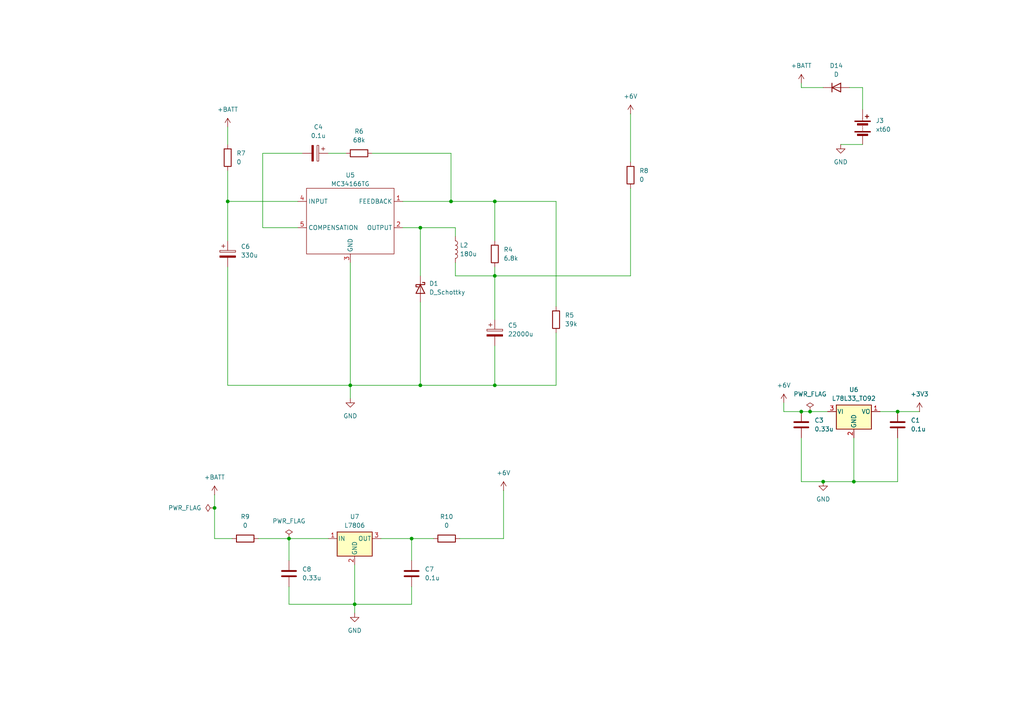
<source format=kicad_sch>
(kicad_sch (version 20231120) (generator "eeschema") (generator_version "8.0")
  (paper "A4")
  (title_block (title "On-board Controller") (date "2024-07-16") (rev "1"))
  (lib_symbols
    (symbol "Device:Battery" (pin_numbers hide) (pin_names (offset 0) hide)
      (property "Reference" "BT" (at 2.54 2.54 0))
      (property "Value" "Battery" (at 2.54 0 0))
      (symbol "Battery_0_1"
        (rectangle (start -2.286 -1.27) (end 2.286 -1.524) (fill (type outline)))
        (rectangle (start -2.286 1.778) (end 2.286 1.524) (fill (type outline)))
        (rectangle (start -1.524 -2.032) (end 1.524 -2.54) (fill (type outline)))
        (rectangle (start -1.524 1.016) (end 1.524 0.508) (fill (type outline)))
        (polyline (pts (xy 0 -1.016) (xy 0 -0.762)))
        (polyline (pts (xy 0 -0.508) (xy 0 -0.254)))
        (polyline (pts (xy 0 0) (xy 0 0.254)))
        (polyline (pts (xy 0 1.778) (xy 0 2.54)))
        (polyline (pts (xy 0.762 3.048) (xy 1.778 3.048)) (stroke (width 0.254)))
        (polyline (pts (xy 1.27 3.556) (xy 1.27 2.54)) (stroke (width 0.254)))
      )
      (symbol "Battery_1_1"
        (pin passive line (at 0 5.08 270) (length 2.54) (name "+") (number "1"))
        (pin passive line (at 0 -5.08 90) (length 2.54) (name "-") (number "2"))
      )
    )
    (symbol "Device:C" (pin_numbers hide) (pin_names (offset 0.254))
      (property "Reference" "C" (at 0.635 2.54 0))
      (property "Value" "C" (at 0.635 -2.54 0))
      (symbol "C_0_1"
        (polyline (pts (xy -2.032 -0.762) (xy 2.032 -0.762)) (stroke (width 0.508)))
        (polyline (pts (xy -2.032 0.762) (xy 2.032 0.762)) (stroke (width 0.508)))
      )
      (symbol "C_1_1"
        (pin passive line (at 0 3.81 270) (length 2.794) (name "~") (number "1"))
        (pin passive line (at 0 -3.81 90) (length 2.794) (name "~") (number "2"))
      )
    )
    (symbol "Device:C_Polarized" (pin_numbers hide) (pin_names (offset 0.254))
      (property "Reference" "C" (at 0.635 2.54 0))
      (property "Value" "C_Polarized" (at 0.635 -2.54 0))
      (symbol "C_Polarized_0_1"
        (rectangle (start -2.286 0.508) (end 2.286 1.016))
        (polyline (pts (xy -1.778 2.286) (xy -0.762 2.286)))
        (polyline (pts (xy -1.27 2.794) (xy -1.27 1.778)))
        (rectangle (start 2.286 -0.508) (end -2.286 -1.016) (fill (type outline)))
      )
      (symbol "C_Polarized_1_1"
        (pin passive line (at 0 3.81 270) (length 2.794) (name "~") (number "1"))
        (pin passive line (at 0 -3.81 90) (length 2.794) (name "~") (number "2"))
      )
    )
    (symbol "Device:D" (pin_numbers hide) (pin_names (offset 1.016) hide)
      (property "Reference" "D" (at 0 2.54 0))
      (property "Value" "D" (at 0 -2.54 0))
      (symbol "D_0_1"
        (polyline (pts (xy -1.27 1.27) (xy -1.27 -1.27)) (stroke (width 0.254)))
        (polyline (pts (xy 1.27 0) (xy -1.27 0)))
        (polyline (pts (xy 1.27 1.27) (xy 1.27 -1.27) (xy -1.27 0) (xy 1.27 1.27)) (stroke (width 0.254)))
      )
      (symbol "D_1_1"
        (pin passive line (at -3.81 0 0) (length 2.54) (name "K") (number "1"))
        (pin passive line (at 3.81 0 180) (length 2.54) (name "A") (number "2"))
      )
    )
    (symbol "Device:D_Schottky" (pin_numbers hide) (pin_names (offset 1.016) hide)
      (property "Reference" "D" (at 0 2.54 0))
      (property "Value" "D_Schottky" (at 0 -2.54 0))
      (symbol "D_Schottky_0_1"
        (polyline (pts (xy 1.27 0) (xy -1.27 0)))
        (polyline (pts (xy 1.27 1.27) (xy 1.27 -1.27) (xy -1.27 0) (xy 1.27 1.27)) (stroke (width 0.254)))
        (polyline (pts (xy -1.905 0.635) (xy -1.905 1.27) (xy -1.27 1.27) (xy -1.27 -1.27) (xy -0.635 -1.27) (xy -0.635 -0.635)) (stroke (width 0.254)))
      )
      (symbol "D_Schottky_1_1"
        (pin passive line (at -3.81 0 0) (length 2.54) (name "K") (number "1"))
        (pin passive line (at 3.81 0 180) (length 2.54) (name "A") (number "2"))
      )
    )
    (symbol "Device:L" (pin_numbers hide) (pin_names (offset 1.016) hide)
      (property "Reference" "L" (at -1.27 0 90))
      (property "Value" "L" (at 1.905 0 90))
      (symbol "L_0_1"
        (arc (start 0 -2.54) (mid 0.6323 -1.905) (end 0 -1.27))
        (arc (start 0 -1.27) (mid 0.6323 -0.635) (end 0 0))
        (arc (start 0 0) (mid 0.6323 0.635) (end 0 1.27))
        (arc (start 0 1.27) (mid 0.6323 1.905) (end 0 2.54))
      )
      (symbol "L_1_1"
        (pin passive line (at 0 3.81 270) (length 1.27) (name "1") (number "1"))
        (pin passive line (at 0 -3.81 90) (length 1.27) (name "2") (number "2"))
      )
    )
    (symbol "Device:R" (pin_numbers hide) (pin_names (offset 0))
      (property "Reference" "R" (at 2.032 0 90))
      (property "Value" "R" (at 0 0 90))
      (symbol "R_0_1"
        (rectangle (start -1.016 -2.54) (end 1.016 2.54) (stroke (width 0.254)))
      )
      (symbol "R_1_1"
        (pin passive line (at 0 3.81 270) (length 1.27) (name "~") (number "1"))
        (pin passive line (at 0 -3.81 90) (length 1.27) (name "~") (number "2"))
      )
    )
    (symbol "Regulator_Linear:L7806" (pin_names (offset 0.254))
      (property "Reference" "U" (at -3.81 3.175 0))
      (property "Value" "L7806" (at 0 3.175 0))
      (symbol "L7806_0_1"
        (rectangle (start -5.08 1.905) (end 5.08 -5.08) (stroke (width 0.254)) (fill (type background)))
      )
      (symbol "L7806_1_1"
        (pin power_in line (at -7.62 0 0) (length 2.54) (name "IN") (number "1"))
        (pin power_in line (at 0 -7.62 90) (length 2.54) (name "GND") (number "2"))
        (pin power_out line (at 7.62 0 180) (length 2.54) (name "OUT") (number "3"))
      )
    )
    (symbol "Regulator_Linear:L78L33_TO92" (pin_names (offset 0.254))
      (property "Reference" "U" (at -3.81 3.175 0))
      (property "Value" "L78L33_TO92" (at 0 3.175 0))
      (symbol "L78L33_TO92_0_1"
        (rectangle (start -5.08 -5.08) (end 5.08 1.905) (stroke (width 0.254)) (fill (type background)))
      )
      (symbol "L78L33_TO92_1_1"
        (pin power_out line (at 7.62 0 180) (length 2.54) (name "VO") (number "1"))
        (pin power_in line (at 0 -7.62 90) (length 2.54) (name "GND") (number "2"))
        (pin power_in line (at -7.62 0 0) (length 2.54) (name "VI") (number "3"))
      )
    )
    (symbol "power:+3V3" (power) (pin_numbers hide) (pin_names (offset 0) hide)
      (property "Value" "+3V3" (at 0 3.556 0))
      (symbol "+3V3_0_1"
        (polyline (pts (xy -0.762 1.27) (xy 0 2.54)))
        (polyline (pts (xy 0 0) (xy 0 2.54)))
        (polyline (pts (xy 0 2.54) (xy 0.762 1.27)))
      )
      (symbol "+3V3_1_1"
        (pin power_in line (at 0 0 90) (length 0) (name "~") (number "1"))
      )
    )
    (symbol "power:+6V" (power) (pin_numbers hide) (pin_names (offset 0) hide)
      (property "Value" "+6V" (at 0 3.556 0))
      (symbol "+6V_0_1"
        (polyline (pts (xy -0.762 1.27) (xy 0 2.54)))
        (polyline (pts (xy 0 0) (xy 0 2.54)))
        (polyline (pts (xy 0 2.54) (xy 0.762 1.27)))
      )
      (symbol "+6V_1_1"
        (pin power_in line (at 0 0 90) (length 0) (name "~") (number "1"))
      )
    )
    (symbol "power:+BATT" (power) (pin_numbers hide) (pin_names (offset 0) hide)
      (property "Value" "+BATT" (at 0 3.556 0))
      (symbol "+BATT_0_1"
        (polyline (pts (xy -0.762 1.27) (xy 0 2.54)))
        (polyline (pts (xy 0 0) (xy 0 2.54)))
        (polyline (pts (xy 0 2.54) (xy 0.762 1.27)))
      )
      (symbol "+BATT_1_1"
        (pin power_in line (at 0 0 90) (length 0) (name "~") (number "1"))
      )
    )
    (symbol "power:GND" (power) (pin_numbers hide) (pin_names (offset 0) hide)
      (property "Value" "GND" (at 0 -3.81 0))
      (symbol "GND_0_1"
        (polyline (pts (xy 0 0) (xy 0 -1.27) (xy 1.27 -1.27) (xy 0 -2.54) (xy -1.27 -1.27) (xy 0 -1.27)))
      )
      (symbol "GND_1_1"
        (pin power_in line (at 0 0 270) (length 0) (name "~") (number "1"))
      )
    )
    (symbol "power:PWR_FLAG" (power) (pin_numbers hide) (pin_names (offset 0) hide)
      (property "Value" "PWR_FLAG" (at 0 3.81 0))
      (symbol "PWR_FLAG_0_0"
        (pin power_out line (at 0 0 90) (length 0) (name "~") (number "1"))
      )
      (symbol "PWR_FLAG_0_1"
        (polyline (pts (xy 0 0) (xy 0 1.27) (xy -1.016 1.905) (xy 0 2.54) (xy 1.016 1.905) (xy 0 1.27)))
      )
    )
    (symbol "sub:MC34166TG"
      (property "Reference" "U" (at 0 0 0))
      (symbol "MC34166TG_0_1"
        (rectangle (start -12.7 8.89) (end 12.7 -10.16))
      )
      (symbol "MC34166TG_1_1"
        (pin passive line (at 15.24 5.08 180) (length 2.54) (name "FEEDBACK") (number "1"))
        (pin passive line (at 15.24 -2.54 180) (length 2.54) (name "OUTPUT") (number "2"))
        (pin passive line (at 0 -12.7 90) (length 2.54) (name "GND") (number "3"))
        (pin passive line (at -15.24 5.08 0) (length 2.54) (name "INPUT") (number "4"))
        (pin passive line (at -15.24 -2.54 0) (length 2.54) (name "COMPENSATION") (number "5"))
      )
    )
  )
  (junction (at 232.41 119.38))
  (junction (at 119.38 156.21))
  (junction (at 130.81 58.42))
  (junction (at 143.51 58.42))
  (junction (at 102.87 175.26))
  (junction (at 247.65 139.7))
  (junction (at 101.6 111.76))
  (junction (at 238.76 139.7))
  (junction (at 260.35 119.38))
  (junction (at 121.92 111.76))
  (junction (at 121.92 66.04))
  (junction (at 66.04 58.42))
  (junction (at 143.51 80.01))
  (junction (at 234.95 119.38))
  (junction (at 143.51 111.76))
  (junction (at 62.23 147.32))
  (junction (at 83.82 156.21))
  (wire (pts (xy 76.2 44.45) (xy 76.2 66.04)))
  (wire (pts (xy 119.38 156.21) (xy 125.73 156.21)))
  (wire (pts (xy 232.41 24.13) (xy 232.41 25.4)))
  (wire (pts (xy 250.19 25.4) (xy 250.19 31.75)))
  (wire (pts (xy 102.87 175.26) (xy 102.87 177.8)))
  (wire (pts (xy 83.82 162.56) (xy 83.82 156.21)))
  (wire (pts (xy 83.82 175.26) (xy 102.87 175.26)))
  (wire (pts (xy 121.92 66.04) (xy 121.92 80.01)))
  (wire (pts (xy 247.65 139.7) (xy 238.76 139.7)))
  (wire (pts (xy 232.41 119.38) (xy 227.33 119.38)))
  (wire (pts (xy 132.08 68.58) (xy 132.08 66.04)))
  (wire (pts (xy 66.04 41.91) (xy 66.04 36.83)))
  (wire (pts (xy 143.51 80.01) (xy 143.51 77.47)))
  (wire (pts (xy 121.92 87.63) (xy 121.92 111.76)))
  (wire (pts (xy 143.51 100.33) (xy 143.51 111.76)))
  (wire (pts (xy 232.41 127) (xy 232.41 139.7)))
  (wire (pts (xy 119.38 175.26) (xy 102.87 175.26)))
  (wire (pts (xy 255.27 119.38) (xy 260.35 119.38)))
  (wire (pts (xy 133.35 156.21) (xy 146.05 156.21)))
  (wire (pts (xy 161.29 96.52) (xy 161.29 111.76)))
  (wire (pts (xy 130.81 44.45) (xy 107.95 44.45)))
  (wire (pts (xy 66.04 58.42) (xy 66.04 49.53)))
  (wire (pts (xy 227.33 119.38) (xy 227.33 116.84)))
  (wire (pts (xy 121.92 66.04) (xy 132.08 66.04)))
  (wire (pts (xy 110.49 156.21) (xy 119.38 156.21)))
  (wire (pts (xy 83.82 170.18) (xy 83.82 175.26)))
  (wire (pts (xy 62.23 147.32) (xy 62.23 156.21)))
  (wire (pts (xy 161.29 58.42) (xy 161.29 88.9)))
  (wire (pts (xy 95.25 44.45) (xy 100.33 44.45)))
  (wire (pts (xy 74.93 156.21) (xy 83.82 156.21)))
  (wire (pts (xy 182.88 54.61) (xy 182.88 80.01)))
  (wire (pts (xy 116.84 66.04) (xy 121.92 66.04)))
  (wire (pts (xy 143.51 58.42) (xy 130.81 58.42)))
  (wire (pts (xy 119.38 170.18) (xy 119.38 175.26)))
  (wire (pts (xy 260.35 139.7) (xy 260.35 127)))
  (wire (pts (xy 232.41 25.4) (xy 238.76 25.4)))
  (wire (pts (xy 121.92 111.76) (xy 143.51 111.76)))
  (wire (pts (xy 66.04 77.47) (xy 66.04 111.76)))
  (wire (pts (xy 143.51 58.42) (xy 161.29 58.42)))
  (wire (pts (xy 76.2 66.04) (xy 86.36 66.04)))
  (wire (pts (xy 234.95 119.38) (xy 232.41 119.38)))
  (wire (pts (xy 66.04 111.76) (xy 101.6 111.76)))
  (wire (pts (xy 132.08 80.01) (xy 143.51 80.01)))
  (wire (pts (xy 130.81 58.42) (xy 130.81 44.45)))
  (wire (pts (xy 182.88 33.02) (xy 182.88 46.99)))
  (wire (pts (xy 66.04 58.42) (xy 66.04 69.85)))
  (wire (pts (xy 62.23 143.51) (xy 62.23 147.32)))
  (wire (pts (xy 86.36 58.42) (xy 66.04 58.42)))
  (wire (pts (xy 246.38 25.4) (xy 250.19 25.4)))
  (wire (pts (xy 130.81 58.42) (xy 116.84 58.42)))
  (wire (pts (xy 143.51 111.76) (xy 161.29 111.76)))
  (wire (pts (xy 243.84 41.91) (xy 250.19 41.91)))
  (wire (pts (xy 247.65 139.7) (xy 260.35 139.7)))
  (wire (pts (xy 101.6 76.2) (xy 101.6 111.76)))
  (wire (pts (xy 143.51 92.71) (xy 143.51 80.01)))
  (wire (pts (xy 182.88 80.01) (xy 143.51 80.01)))
  (wire (pts (xy 101.6 111.76) (xy 121.92 111.76)))
  (wire (pts (xy 240.03 119.38) (xy 234.95 119.38)))
  (wire (pts (xy 260.35 119.38) (xy 266.7 119.38)))
  (wire (pts (xy 247.65 127) (xy 247.65 139.7)))
  (wire (pts (xy 132.08 76.2) (xy 132.08 80.01)))
  (wire (pts (xy 102.87 163.83) (xy 102.87 175.26)))
  (wire (pts (xy 62.23 156.21) (xy 67.31 156.21)))
  (wire (pts (xy 146.05 156.21) (xy 146.05 142.24)))
  (wire (pts (xy 143.51 69.85) (xy 143.51 58.42)))
  (wire (pts (xy 83.82 156.21) (xy 95.25 156.21)))
  (wire (pts (xy 238.76 139.7) (xy 232.41 139.7)))
  (wire (pts (xy 87.63 44.45) (xy 76.2 44.45)))
  (wire (pts (xy 101.6 115.57) (xy 101.6 111.76)))
  (wire (pts (xy 119.38 156.21) (xy 119.38 162.56)))
  (symbol (lib_id "Regulator_Linear:L78L33_TO92") (at 247.65 119.38 0) (unit 1)
    (property "Reference" "U6" (at 247.65 113.03 0))
    (property "Value" "L78L33_TO92" (at 247.65 115.57 0))
    (property "Footprint" "Package_TO_SOT_THT:TO-92_Inline" (effects (hide yes)))
    (property "Datasheet" "http://www.st.com/content/ccc/resource/technical/document/datasheet/15/55/e5/aa/23/5b/43/fd/CD00000446.pdf/files/CD00000446.pdf/jcr:content/translations/en.CD00000446.pdf" (effects (hide yes)))
    (property "Description" "Positive 100mA 30V Linear Regulator, Fixed Output 3.3V, TO-92" (effects (hide yes)))
  )
  (symbol (lib_id "sub:MC34166TG") (at 101.6 63.5 0) (unit 1)
    (property "Reference" "U5" (at 101.6 50.8 0))
    (property "Value" "MC34166TG" (at 101.6 53.34 0))
    (property "Footprint" "Package_TO_SOT_THT:TO-220-5_Vertical" (effects (hide yes)))
  )
  (symbol (lib_id "power:GND") (at 102.87 177.8 0) (unit 1)
    (property "Reference" "#PWR022" (effects (hide yes)))
    (property "Value" "GND" (at 102.87 182.88 0))
    (property "Description" "Power symbol creates a global label with name \"GND\" , ground" (effects (hide yes)))
  )
  (symbol (lib_id "power:+BATT") (at 232.41 24.13 0) (unit 1)
    (property "Reference" "#PWR029" (effects (hide yes)))
    (property "Value" "+BATT" (at 232.41 19.05 0))
    (property "Description" "Power symbol creates a global label with name \"+BATT\"" (effects (hide yes)))
  )
  (symbol (lib_id "Device:Battery") (at 250.19 36.83 0) (unit 1)
    (property "Reference" "J3" (at 254 34.9884 0) (effects (justify left)))
    (property "Value" "xt60" (at 254 37.5284 0) (effects (justify left)))
    (property "Footprint" "Connector_PinSocket_2.54mm:PinSocket_1x02_P2.54mm_Vertical" (effects (hide yes)))
    (property "Description" "Multiple-cell battery" (effects (hide yes)))
  )
  (symbol (lib_id "power:PWR_FLAG") (at 234.95 119.38 0) (unit 1)
    (property "Reference" "#FLG01" (effects (hide yes)))
    (property "Value" "PWR_FLAG" (at 234.95 114.3 0))
    (property "Description" "Special symbol for telling ERC where power comes from" (effects (hide yes)))
  )
  (symbol (lib_id "Device:D") (at 242.57 25.4 0) (unit 1)
    (property "Reference" "D14" (at 242.57 19.05 0))
    (property "Value" "D" (at 242.57 21.59 0))
    (property "Footprint" "LED_SMD:LED_0805_2012Metric_Pad1.15x1.40mm_HandSolder" (effects (hide yes)))
    (property "Description" "Diode" (effects (hide yes)))
    (property "Sim.Device" "D" (effects (hide yes)))
    (property "Sim.Pins" "1=K 2=A" (effects (hide yes)))
  )
  (symbol (lib_id "Device:C") (at 232.41 123.19 0) (unit 1)
    (property "Reference" "C3" (at 236.22 121.9199 0) (effects (justify left)))
    (property "Value" "0.33u" (at 236.22 124.4599 0) (effects (justify left)))
    (property "Footprint" "Capacitor_SMD:C_0805_2012Metric_Pad1.18x1.45mm_HandSolder" (effects (hide yes)))
    (property "Description" "Unpolarized capacitor" (effects (hide yes)))
  )
  (symbol (lib_id "Device:R") (at 129.54 156.21 270) (unit 1)
    (property "Reference" "R10" (at 129.54 149.86 90))
    (property "Value" "0" (at 129.54 152.4 90))
    (property "Footprint" "Resistor_SMD:R_0805_2012Metric_Pad1.20x1.40mm_HandSolder" (effects (hide yes)))
    (property "Description" "Resistor" (effects (hide yes)))
  )
  (symbol (lib_id "Device:R") (at 71.12 156.21 270) (unit 1)
    (property "Reference" "R9" (at 71.12 149.86 90))
    (property "Value" "0" (at 71.12 152.4 90))
    (property "Footprint" "Resistor_SMD:R_0805_2012Metric_Pad1.20x1.40mm_HandSolder" (effects (hide yes)))
    (property "Description" "Resistor" (effects (hide yes)))
  )
  (symbol (lib_id "Device:C") (at 83.82 166.37 0) (unit 1)
    (property "Reference" "C8" (at 87.63 165.0999 0) (effects (justify left)))
    (property "Value" "0.33u" (at 87.63 167.6399 0) (effects (justify left)))
    (property "Footprint" "Capacitor_SMD:C_0805_2012Metric_Pad1.18x1.45mm_HandSolder" (effects (hide yes)))
    (property "Description" "Unpolarized capacitor" (effects (hide yes)))
  )
  (symbol (lib_id "Device:C_Polarized") (at 143.51 96.52 0) (unit 1)
    (property "Reference" "C5" (at 147.32 94.3609 0) (effects (justify left)))
    (property "Value" "22000u" (at 147.32 96.9009 0) (effects (justify left)))
    (property "Footprint" "Capacitor_THT:CP_Radial_D18.0mm_P7.50mm" (effects (hide yes)))
    (property "Description" "Polarized capacitor" (effects (hide yes)))
  )
  (symbol (lib_id "Device:C") (at 260.35 123.19 0) (unit 1)
    (property "Reference" "C1" (at 264.16 121.9199 0) (effects (justify left)))
    (property "Value" "0.1u" (at 264.16 124.4599 0) (effects (justify left)))
    (property "Footprint" "Capacitor_SMD:C_0805_2012Metric_Pad1.18x1.45mm_HandSolder" (effects (hide yes)))
    (property "Description" "Unpolarized capacitor" (effects (hide yes)))
  )
  (symbol (lib_id "power:GND") (at 238.76 139.7 0) (unit 1)
    (property "Reference" "#PWR024" (effects (hide yes)))
    (property "Value" "GND" (at 238.76 144.78 0))
    (property "Description" "Power symbol creates a global label with name \"GND\" , ground" (effects (hide yes)))
  )
  (symbol (lib_id "power:+6V") (at 146.05 142.24 0) (unit 1)
    (property "Reference" "#PWR026" (effects (hide yes)))
    (property "Value" "+6V" (at 146.05 137.16 0))
    (property "Description" "Power symbol creates a global label with name \"+6V\"" (effects (hide yes)))
  )
  (symbol (lib_id "power:+BATT") (at 62.23 143.51 0) (unit 1)
    (property "Reference" "#PWR025" (effects (hide yes)))
    (property "Value" "+BATT" (at 62.23 138.43 0))
    (property "Description" "Power symbol creates a global label with name \"+BATT\"" (effects (hide yes)))
  )
  (symbol (lib_id "Device:R") (at 182.88 50.8 180) (unit 1)
    (property "Reference" "R8" (at 185.42 49.5299 0) (effects (justify right)))
    (property "Value" "0" (at 185.42 52.0699 0) (effects (justify right)))
    (property "Footprint" "Resistor_SMD:R_0805_2012Metric_Pad1.20x1.40mm_HandSolder" (effects (hide yes)))
    (property "Description" "Resistor" (effects (hide yes)))
  )
  (symbol (lib_id "power:PWR_FLAG") (at 62.23 147.32 90) (unit 1)
    (property "Reference" "#FLG03" (effects (hide yes)))
    (property "Value" "PWR_FLAG" (at 58.42 147.3199 90) (effects (justify left)))
    (property "Description" "Special symbol for telling ERC where power comes from" (effects (hide yes)))
  )
  (symbol (lib_id "Device:R") (at 104.14 44.45 90) (unit 1)
    (property "Reference" "R6" (at 104.14 38.1 90))
    (property "Value" "68k" (at 104.14 40.64 90))
    (property "Footprint" "Resistor_SMD:R_0805_2012Metric_Pad1.20x1.40mm_HandSolder" (effects (hide yes)))
    (property "Description" "Resistor" (effects (hide yes)))
  )
  (symbol (lib_id "power:PWR_FLAG") (at 83.82 156.21 0) (unit 1)
    (property "Reference" "#FLG02" (effects (hide yes)))
    (property "Value" "PWR_FLAG" (at 83.82 151.13 0))
    (property "Description" "Special symbol for telling ERC where power comes from" (effects (hide yes)))
  )
  (symbol (lib_id "Regulator_Linear:L7806") (at 102.87 156.21 0) (unit 1)
    (property "Reference" "U7" (at 102.87 149.86 0))
    (property "Value" "L7806" (at 102.87 152.4 0))
    (property "Footprint" "Package_TO_SOT_THT:TO-220-3_Vertical" (effects (hide yes)))
    (property "Datasheet" "http://www.st.com/content/ccc/resource/technical/document/datasheet/41/4f/b3/b0/12/d4/47/88/CD00000444.pdf/files/CD00000444.pdf/jcr:content/translations/en.CD00000444.pdf" (effects (hide yes)))
    (property "Description" "Positive 1.5A 35V Linear Regulator, Fixed Output 6V, TO-220/TO-263/TO-252" (effects (hide yes)))
  )
  (symbol (lib_id "Device:C_Polarized") (at 66.04 73.66 0) (unit 1)
    (property "Reference" "C6" (at 69.85 71.5009 0) (effects (justify left)))
    (property "Value" "330u" (at 69.85 74.0409 0) (effects (justify left)))
    (property "Footprint" "Capacitor_THT:CP_Radial_D8.0mm_P3.50mm" (effects (hide yes)))
    (property "Description" "Polarized capacitor" (effects (hide yes)))
  )
  (symbol (lib_id "Device:R") (at 161.29 92.71 0) (unit 1)
    (property "Reference" "R5" (at 163.83 91.4399 0) (effects (justify left)))
    (property "Value" "39k" (at 163.83 93.9799 0) (effects (justify left)))
    (property "Footprint" "Resistor_SMD:R_0805_2012Metric_Pad1.20x1.40mm_HandSolder" (effects (hide yes)))
    (property "Description" "Resistor" (effects (hide yes)))
  )
  (symbol (lib_id "Device:R") (at 66.04 45.72 180) (unit 1)
    (property "Reference" "R7" (at 68.58 44.4499 0) (effects (justify right)))
    (property "Value" "0" (at 68.58 46.9899 0) (effects (justify right)))
    (property "Footprint" "Resistor_SMD:R_0805_2012Metric_Pad1.20x1.40mm_HandSolder" (effects (hide yes)))
    (property "Description" "Resistor" (effects (hide yes)))
  )
  (symbol (lib_id "Device:L") (at 132.08 72.39 0) (unit 1)
    (property "Reference" "L2" (at 133.35 71.1199 0) (effects (justify left)))
    (property "Value" "180u" (at 133.35 73.6599 0) (effects (justify left)))
    (property "Footprint" "Inductor_SMD:L_Bourns_SRR1208_12.7x12.7mm" (effects (hide yes)))
    (property "Description" "Inductor" (effects (hide yes)))
  )
  (symbol (lib_id "Device:D_Schottky") (at 121.92 83.82 270) (unit 1)
    (property "Reference" "D1" (at 124.46 82.2324 90) (effects (justify left)))
    (property "Value" "D_Schottky" (at 124.46 84.7724 90) (effects (justify left)))
    (property "Footprint" "Diode_SMD:D_SOD-128" (effects (hide yes)))
    (property "Description" "Schottky diode" (effects (hide yes)))
  )
  (symbol (lib_id "power:+BATT") (at 66.04 36.83 0) (unit 1)
    (property "Reference" "#PWR015" (effects (hide yes)))
    (property "Value" "+BATT" (at 66.04 31.75 0))
    (property "Description" "Power symbol creates a global label with name \"+BATT\"" (effects (hide yes)))
  )
  (symbol (lib_id "power:+6V") (at 227.33 116.84 0) (unit 1)
    (property "Reference" "#PWR021" (effects (hide yes)))
    (property "Value" "+6V" (at 227.33 111.76 0))
    (property "Description" "Power symbol creates a global label with name \"+6V\"" (effects (hide yes)))
  )
  (symbol (lib_id "power:+6V") (at 182.88 33.02 0) (unit 1)
    (property "Reference" "#PWR023" (effects (hide yes)))
    (property "Value" "+6V" (at 182.88 27.94 0))
    (property "Description" "Power symbol creates a global label with name \"+6V\"" (effects (hide yes)))
  )
  (symbol (lib_id "Device:R") (at 143.51 73.66 0) (unit 1)
    (property "Reference" "R4" (at 146.05 72.3899 0) (effects (justify left)))
    (property "Value" "6.8k" (at 146.05 74.9299 0) (effects (justify left)))
    (property "Footprint" "Resistor_SMD:R_0805_2012Metric_Pad1.20x1.40mm_HandSolder" (effects (hide yes)))
    (property "Description" "Resistor" (effects (hide yes)))
  )
  (symbol (lib_id "Device:C") (at 119.38 166.37 0) (unit 1)
    (property "Reference" "C7" (at 123.19 165.0999 0) (effects (justify left)))
    (property "Value" "0.1u" (at 123.19 167.6399 0) (effects (justify left)))
    (property "Footprint" "Capacitor_SMD:C_0805_2012Metric_Pad1.18x1.45mm_HandSolder" (effects (hide yes)))
    (property "Description" "Unpolarized capacitor" (effects (hide yes)))
  )
  (symbol (lib_id "power:GND") (at 243.84 41.91 0) (unit 1)
    (property "Reference" "#PWR030" (effects (hide yes)))
    (property "Value" "GND" (at 243.84 46.99 0))
    (property "Description" "Power symbol creates a global label with name \"GND\" , ground" (effects (hide yes)))
  )
  (symbol (lib_id "power:+3V3") (at 266.7 119.38 0) (unit 1)
    (property "Reference" "#PWR016" (effects (hide yes)))
    (property "Value" "+3V3" (at 266.7 114.3 0))
    (property "Description" "Power symbol creates a global label with name \"+3V3\"" (effects (hide yes)))
  )
  (symbol (lib_id "power:GND") (at 101.6 115.57 0) (unit 1)
    (property "Reference" "#PWR017" (effects (hide yes)))
    (property "Value" "GND" (at 101.6 120.65 0))
    (property "Description" "Power symbol creates a global label with name \"GND\" , ground" (effects (hide yes)))
  )
  (symbol (lib_id "Device:C_Polarized") (at 91.44 44.45 270) (unit 1)
    (property "Reference" "C4" (at 92.329 36.83 90))
    (property "Value" "0.1u" (at 92.329 39.37 90))
    (property "Footprint" "Capacitor_THT:CP_Radial_D5.0mm_P2.00mm" (effects (hide yes)))
    (property "Description" "Polarized capacitor" (effects (hide yes)))
  )
)
</source>
